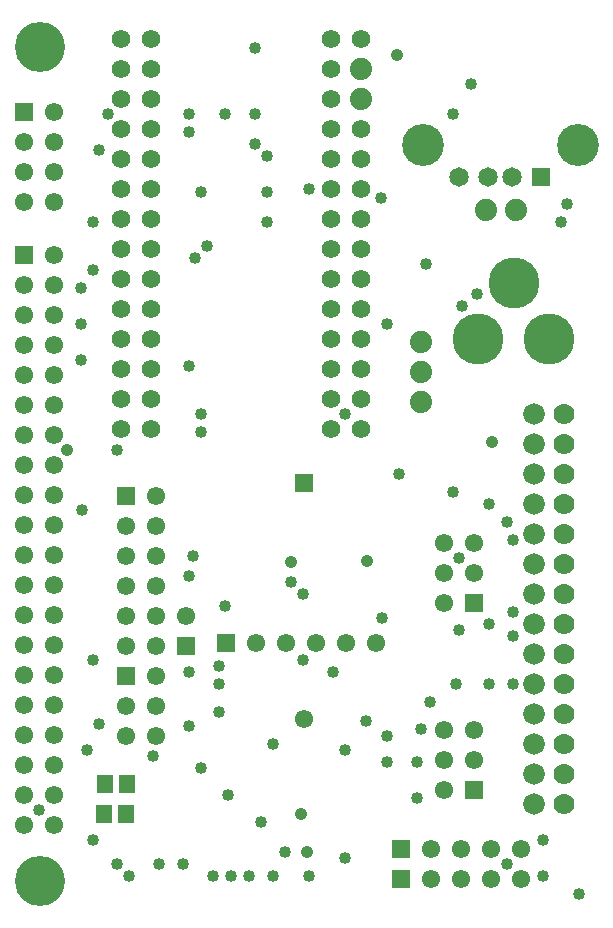
<source format=gbs>
G04 DipTrace 3.3.1.3*
G04 T4RA8875TouchShieldcastellated.gbs*
%MOIN*%
G04 #@! TF.FileFunction,Soldermask,Bot*
G04 #@! TF.Part,Single*
%ADD23C,0.17*%
%ADD26C,0.07*%
%ADD27C,0.074*%
%ADD37C,0.06194*%
%ADD38C,0.074*%
%ADD43C,0.04*%
%ADD53C,0.167*%
%ADD55C,0.042*%
%ADD57C,0.139795*%
%ADD59C,0.064992*%
%ADD61R,0.064992X0.064992*%
%ADD83C,0.072*%
%ADD85C,0.061055*%
%ADD87R,0.061055X0.061055*%
%ADD91R,0.053181X0.061055*%
%FSLAX26Y26*%
G04*
G70*
G90*
G75*
G01*
G04 BotMask*
%LPD*%
D55*
X1713700Y3273700D3*
X1613700Y1588700D3*
X1358700Y1583700D3*
X1393700Y743700D3*
X1413700Y618700D3*
X1393700Y743700D3*
X613700Y1958700D3*
X2028700Y1983700D3*
D53*
X521062Y521062D3*
X521932Y3300590D3*
D43*
X1898700Y1818700D3*
X2018700Y1178700D3*
X1258700Y718700D3*
X918700Y578700D3*
X1218700Y538700D3*
X1298700D3*
X1118700Y1083700D3*
X1823700Y1118700D3*
X998700Y578700D3*
X1718700Y1878700D3*
X1908700Y1178700D3*
X1058700Y2018700D3*
X658700Y2258700D3*
Y2378700D3*
Y2498700D3*
X1138700Y1438700D3*
X1238700Y3298700D3*
Y3078700D3*
X1138700D3*
X1808700Y2578700D3*
X1928700Y2438700D3*
X1958700Y3178700D3*
X1018700Y3018700D3*
X1078700Y2638700D3*
X2018700Y1778700D3*
X2258700Y2718700D3*
X1898700Y3078700D3*
X2078700Y1718700D3*
X2098700Y1418700D3*
X1118700Y1238700D3*
X1018700Y2238700D3*
X698700Y658700D3*
X518700Y758700D3*
X1058700Y898700D3*
X2078700Y578700D3*
X2098700Y1338700D3*
X1018700Y1538700D3*
X1030700Y1603700D3*
X898700Y938700D3*
X1018700Y1218700D3*
Y1038700D3*
X1678700Y1003700D3*
X1538700Y2078700D3*
X1778700Y918700D3*
X1538700Y958700D3*
Y598700D3*
X1663700Y1398700D3*
X1678700Y918700D3*
X2278700Y2778700D3*
X1978700Y2478700D3*
X2098700Y1178700D3*
X1398700Y1478700D3*
X1778700Y798700D3*
X1298700Y978700D3*
X1358700Y1518700D3*
X2018700Y1378700D3*
X1418700Y2828700D3*
X2098700Y1658700D3*
X1658700Y2798700D3*
X1678700Y2378700D3*
X1793700Y1028700D3*
X1608700Y1053700D3*
X1148700Y808700D3*
X818700Y538700D3*
X778700Y578700D3*
X1118700Y1178700D3*
X1018700Y3078700D3*
X748700D3*
X1238700Y2978700D3*
X1338700Y618700D3*
X1278700Y2718700D3*
X1418700Y538700D3*
X1278700Y2938700D3*
X718700Y2958700D3*
X1098700Y538700D3*
X1398700Y1258700D3*
X1158700Y538700D3*
X1278700Y2818700D3*
X1058700D3*
X1498700Y1218700D3*
X1918700Y1358700D3*
Y1598700D3*
X663700Y1758700D3*
X2198700Y538700D3*
Y658700D3*
X2318700Y478700D3*
X698700Y1258700D3*
X678700Y958700D3*
X718700Y1043700D3*
X698700Y2718700D3*
Y2558700D3*
X778700Y1958700D3*
X1038700Y2598700D3*
X1058700Y2078700D3*
D23*
X1983700Y2328700D3*
X2219920D3*
X2101810Y2513739D3*
D87*
X1143700Y1313700D3*
D85*
X1243700D3*
X1343700D3*
X1443700D3*
X1543700D3*
X1643700D3*
D26*
X2268700Y2078700D3*
Y1978700D3*
Y1878700D3*
Y1778700D3*
Y1678700D3*
Y1578700D3*
Y1478700D3*
Y1378700D3*
Y1278700D3*
Y1178700D3*
Y1078700D3*
Y978700D3*
Y878700D3*
Y778700D3*
D83*
X2168700Y2078700D3*
Y1978700D3*
Y1878700D3*
Y1778700D3*
Y1678700D3*
Y1578700D3*
Y1478700D3*
Y1378700D3*
Y1278700D3*
Y1178700D3*
Y1078700D3*
Y978700D3*
Y878700D3*
Y778700D3*
D27*
X2008700Y2758700D3*
X2108700D3*
D87*
X1726472Y625928D3*
D85*
X1826472D3*
X1926472D3*
X2026472D3*
X2126472D3*
D87*
X1726472Y525928D3*
D85*
X1826472D3*
X1926472D3*
X2026472D3*
X2126472D3*
D87*
X1403700Y1848700D3*
D85*
Y1061298D3*
D87*
X808700Y1203700D3*
D85*
X908700D3*
X808700Y1103700D3*
X908700D3*
X808700Y1003700D3*
X908700D3*
D87*
X808700Y1803700D3*
D85*
X908700D3*
X808700Y1703700D3*
X908700D3*
X808700Y1603700D3*
X908700D3*
X808700Y1503700D3*
X908700D3*
X808700Y1403700D3*
X908700D3*
X808700Y1303700D3*
X908700D3*
D87*
X468700Y2608850D3*
D85*
X568700D3*
X468700Y2508850D3*
X568700D3*
X468700Y2408850D3*
X568700D3*
X468700Y2308850D3*
X568700D3*
X468700Y2208850D3*
X568700D3*
X468700Y2108850D3*
X568700D3*
X468700Y2008850D3*
X568700D3*
X468700Y1908850D3*
X568700D3*
X468700Y1808850D3*
X568700D3*
X468700Y1708850D3*
X568700D3*
X468700Y1608850D3*
X568700D3*
X468700Y1508850D3*
X568700D3*
X468700Y1408850D3*
X568700D3*
X468700Y1308850D3*
X568700D3*
X468700Y1208850D3*
X568700D3*
X468700Y1108850D3*
X568700D3*
X468700Y1008850D3*
X568700D3*
X468700Y908850D3*
X568700D3*
X468700Y808850D3*
X568700D3*
X468700Y708850D3*
X568700D3*
D87*
X468700Y3084399D3*
D85*
X568700D3*
X468700Y2984399D3*
X568700D3*
X468700Y2884399D3*
X568700D3*
X468700Y2784399D3*
X568700D3*
D87*
X1008700Y1303700D3*
D85*
Y1403700D3*
D87*
X1968700Y1448700D3*
D85*
X1868700D3*
X1968700Y1548700D3*
X1868700D3*
X1968700Y1648700D3*
X1868700D3*
D87*
X1968700Y823700D3*
D85*
X1868700D3*
X1968700Y923700D3*
X1868700D3*
X1968700Y1023700D3*
X1868700D3*
D27*
X1793700Y2318700D3*
Y2218700D3*
Y2118700D3*
D91*
X813700Y843700D3*
X738897D3*
X808700Y743700D3*
X733897D3*
D37*
X893700Y3328700D3*
Y3228700D3*
Y3128700D3*
Y3028700D3*
Y2928700D3*
Y2828700D3*
Y2728700D3*
Y2628700D3*
Y2528700D3*
Y2428700D3*
Y2328700D3*
Y2228700D3*
Y2128700D3*
Y2028700D3*
X793700D3*
X1593700Y2328700D3*
Y2228700D3*
Y2128700D3*
Y2028700D3*
X1493700D3*
Y2128700D3*
Y2228700D3*
Y2328700D3*
Y2428700D3*
Y2528700D3*
Y2628700D3*
Y2728700D3*
Y2828700D3*
Y2928700D3*
Y3028700D3*
Y3128700D3*
Y3228700D3*
Y3328700D3*
X1593700D3*
X793700D3*
Y3228700D3*
Y3128700D3*
Y3028700D3*
Y2928700D3*
D38*
X1593700Y3228700D3*
D37*
X793700Y2328700D3*
Y2128700D3*
X1593700Y2528700D3*
D38*
Y3128700D3*
D37*
X793700Y2228700D3*
Y2428700D3*
Y2528700D3*
X1593700Y2828700D3*
Y2728700D3*
Y2628700D3*
Y2428700D3*
X793700Y2828700D3*
Y2728700D3*
Y2628700D3*
X1593700Y3028700D3*
Y2928700D3*
D61*
X2193700Y2868700D3*
D59*
X2095275D3*
X2016535D3*
X1918109D3*
D57*
X2314566Y2975393D3*
X1797243D3*
M02*

</source>
